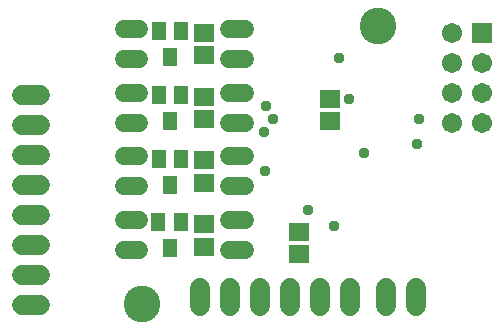
<source format=gbr>
G04 EAGLE Gerber X2 export*
G75*
%MOMM*%
%FSLAX34Y34*%
%LPD*%
%AMOC8*
5,1,8,0,0,1.08239X$1,22.5*%
G01*
%ADD10C,3.103200*%
%ADD11R,1.703200X1.503200*%
%ADD12R,1.203200X1.603200*%
%ADD13C,1.524000*%
%ADD14R,1.711200X1.711200*%
%ADD15C,1.711200*%
%ADD16C,1.727200*%
%ADD17C,0.959600*%


D10*
X-120000Y262500D03*
X-320000Y27500D03*
D11*
X-160700Y200900D03*
X-160700Y181900D03*
D12*
X-287400Y96500D03*
X-306400Y96500D03*
X-296900Y74500D03*
X-286800Y150200D03*
X-305800Y150200D03*
X-296300Y128200D03*
X-286900Y204200D03*
X-305900Y204200D03*
X-296400Y182200D03*
X-287000Y258200D03*
X-306000Y258200D03*
X-296500Y236200D03*
D11*
X-268100Y75900D03*
X-268100Y94900D03*
X-268000Y129900D03*
X-268000Y148900D03*
X-267900Y183900D03*
X-267900Y202900D03*
X-267800Y237900D03*
X-267800Y256900D03*
D13*
X-246300Y98600D02*
X-233092Y98600D01*
X-233092Y73200D02*
X-246300Y73200D01*
X-322500Y73200D02*
X-335708Y73200D01*
X-335708Y98600D02*
X-322500Y98600D01*
X-246300Y152500D02*
X-233092Y152500D01*
X-233092Y127100D02*
X-246300Y127100D01*
X-322500Y127100D02*
X-335708Y127100D01*
X-335708Y152500D02*
X-322500Y152500D01*
X-246300Y206400D02*
X-233092Y206400D01*
X-233092Y181000D02*
X-246300Y181000D01*
X-322500Y181000D02*
X-335708Y181000D01*
X-335708Y206400D02*
X-322500Y206400D01*
X-246300Y260300D02*
X-233092Y260300D01*
X-233092Y234900D02*
X-246300Y234900D01*
X-322500Y234900D02*
X-335708Y234900D01*
X-335708Y260300D02*
X-322500Y260300D01*
D14*
X-32200Y256900D03*
D15*
X-57600Y180700D03*
X-57600Y206100D03*
X-57600Y231500D03*
X-57600Y256900D03*
X-32200Y231500D03*
X-32200Y206100D03*
X-32200Y180700D03*
D16*
X-144400Y40520D02*
X-144400Y25280D01*
X-169800Y25280D02*
X-169800Y40520D01*
X-195200Y40520D02*
X-195200Y25280D01*
X-220600Y25280D02*
X-220600Y40520D01*
X-246000Y40520D02*
X-246000Y25280D01*
X-271400Y25280D02*
X-271400Y40520D01*
X-406380Y26100D02*
X-421620Y26100D01*
X-421620Y51500D02*
X-406380Y51500D01*
X-406380Y76900D02*
X-421620Y76900D01*
X-421620Y102300D02*
X-406380Y102300D01*
X-406380Y127700D02*
X-421620Y127700D01*
X-421620Y153100D02*
X-406380Y153100D01*
X-406380Y178500D02*
X-421620Y178500D01*
X-421620Y203900D02*
X-406380Y203900D01*
D11*
X-187000Y88500D03*
X-187000Y69500D03*
D16*
X-88300Y40620D02*
X-88300Y25380D01*
X-113700Y25380D02*
X-113700Y40620D01*
D17*
X-145000Y201000D03*
X-87000Y163000D03*
X-86000Y184000D03*
X-132000Y155000D03*
X-216000Y140000D03*
X-217000Y173000D03*
X-209000Y184000D03*
X-215000Y195000D03*
X-180000Y107000D03*
X-158000Y93000D03*
X-153000Y236000D03*
M02*

</source>
